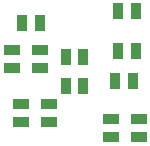
<source format=gbp>
G04*
G04 #@! TF.GenerationSoftware,Altium Limited,Altium Designer,24.6.1 (21)*
G04*
G04 Layer_Color=128*
%FSLAX25Y25*%
%MOIN*%
G70*
G04*
G04 #@! TF.SameCoordinates,53350382-22CE-4EB4-8EAE-C997BD2E2089*
G04*
G04*
G04 #@! TF.FilePolarity,Positive*
G04*
G01*
G75*
%ADD27R,0.03740X0.05315*%
%ADD28R,0.05315X0.03740*%
D27*
X352406Y316500D02*
D03*
X346500D02*
D03*
X352406Y326000D02*
D03*
X346500D02*
D03*
X363047Y318000D02*
D03*
X368953D02*
D03*
X364000Y341500D02*
D03*
X369905D02*
D03*
X338000Y337500D02*
D03*
X332095D02*
D03*
X364094Y328000D02*
D03*
X370000D02*
D03*
D28*
X371000Y305453D02*
D03*
Y299547D02*
D03*
X361500Y305405D02*
D03*
Y299500D02*
D03*
X331500Y304500D02*
D03*
Y310405D02*
D03*
X341000Y304547D02*
D03*
Y310453D02*
D03*
X328500Y328500D02*
D03*
Y322594D02*
D03*
X338000Y328453D02*
D03*
Y322547D02*
D03*
M02*

</source>
